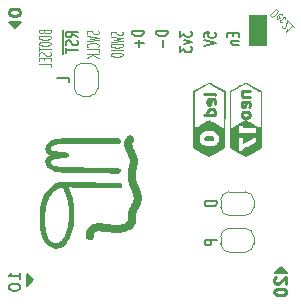
<source format=gbr>
%TF.GenerationSoftware,KiCad,Pcbnew,(5.99.0-13244-g73f40b11ee)*%
%TF.CreationDate,2021-12-16T18:40:11-08:00*%
%TF.ProjectId,MiniMike_RP2040,4d696e69-4d69-46b6-955f-525032303430,rev?*%
%TF.SameCoordinates,Original*%
%TF.FileFunction,Legend,Bot*%
%TF.FilePolarity,Positive*%
%FSLAX46Y46*%
G04 Gerber Fmt 4.6, Leading zero omitted, Abs format (unit mm)*
G04 Created by KiCad (PCBNEW (5.99.0-13244-g73f40b11ee)) date 2021-12-16 18:40:11*
%MOMM*%
%LPD*%
G01*
G04 APERTURE LIST*
%ADD10C,0.200000*%
%ADD11C,0.010000*%
%ADD12C,0.125000*%
%ADD13C,0.150000*%
%ADD14C,0.250000*%
%ADD15C,0.187500*%
%ADD16C,0.120000*%
G04 APERTURE END LIST*
D10*
X127999998Y-98100000D02*
X127499999Y-98599999D01*
X127499999Y-98599999D02*
X127000001Y-98100000D01*
X127000001Y-98100000D02*
X127999998Y-98100000D01*
G36*
X127499999Y-98599999D02*
G01*
X127000001Y-98100000D01*
X127999998Y-98100000D01*
X127499999Y-98599999D01*
G37*
X127499999Y-98599999D02*
X127000001Y-98100000D01*
X127999998Y-98100000D01*
X127499999Y-98599999D01*
X128500000Y-119500000D02*
X129000000Y-120000000D01*
X129000000Y-120000000D02*
X128500000Y-120500000D01*
X128500000Y-120500000D02*
X128500000Y-119500000D01*
G36*
X129000000Y-120000000D02*
G01*
X128500000Y-120500000D01*
X128500000Y-119500000D01*
X129000000Y-120000000D01*
G37*
X129000000Y-120000000D02*
X128500000Y-120500000D01*
X128500000Y-119500000D01*
X129000000Y-120000000D01*
D11*
X147300000Y-97500000D02*
X148700000Y-97500000D01*
X148700000Y-97500000D02*
X148700000Y-100100000D01*
X148700000Y-100100000D02*
X147300000Y-100100000D01*
X147300000Y-100100000D02*
X147300000Y-97500000D01*
G36*
X147300000Y-97500000D02*
G01*
X148700000Y-97500000D01*
X148700000Y-100100000D01*
X147300000Y-100100000D01*
X147300000Y-97500000D01*
G37*
D10*
X149500000Y-119400000D02*
X150000000Y-118900000D01*
X150000000Y-118900000D02*
X150500000Y-119400000D01*
X150500000Y-119400000D02*
X149500000Y-119400000D01*
G36*
X150500000Y-119400000D02*
G01*
X149500000Y-119400000D01*
X150000000Y-118900000D01*
X150500000Y-119400000D01*
G37*
X150500000Y-119400000D02*
X149500000Y-119400000D01*
X150000000Y-118900000D01*
X150500000Y-119400000D01*
D12*
X149607550Y-97027728D02*
X149077220Y-97558058D01*
X149161399Y-97642237D01*
X149237161Y-97667491D01*
X149321340Y-97650655D01*
X149388684Y-97616983D01*
X149506535Y-97532804D01*
X149582296Y-97457043D01*
X149666476Y-97339191D01*
X149700147Y-97271848D01*
X149716983Y-97187668D01*
X149691730Y-97111907D01*
X149607550Y-97027728D01*
X150070537Y-97541222D02*
X150062119Y-97482296D01*
X149994775Y-97414953D01*
X149935850Y-97406535D01*
X149868506Y-97440207D01*
X149666476Y-97642237D01*
X149632804Y-97709581D01*
X149641222Y-97768506D01*
X149708565Y-97835850D01*
X149767491Y-97844268D01*
X149834834Y-97810596D01*
X149885342Y-97760088D01*
X149767491Y-97541222D01*
X150390418Y-97861104D02*
X150382000Y-97802178D01*
X150314657Y-97734834D01*
X150255731Y-97726417D01*
X150213642Y-97734834D01*
X150146298Y-97768506D01*
X149994775Y-97920029D01*
X149961104Y-97987373D01*
X149952686Y-98029462D01*
X149961104Y-98088388D01*
X150028447Y-98155731D01*
X150087373Y-98164149D01*
X150070537Y-98450359D02*
X150062119Y-98492449D01*
X150070537Y-98551374D01*
X150154716Y-98635554D01*
X150213642Y-98643972D01*
X150255731Y-98635554D01*
X150323075Y-98601882D01*
X150373582Y-98551374D01*
X150432508Y-98458777D01*
X150533523Y-97953701D01*
X150752390Y-98172567D01*
X151089107Y-98509285D02*
X150887077Y-98307254D01*
X150988092Y-98408269D02*
X150457762Y-98938600D01*
X150499852Y-98829166D01*
X150516687Y-98744987D01*
X150508269Y-98686061D01*
D13*
X145928571Y-99048000D02*
X145928571Y-99298000D01*
X146452380Y-99405142D02*
X146452380Y-99048000D01*
X145452380Y-99048000D01*
X145452380Y-99405142D01*
X145785714Y-99726571D02*
X146452380Y-99726571D01*
X145880952Y-99726571D02*
X145833333Y-99762285D01*
X145785714Y-99833714D01*
X145785714Y-99940857D01*
X145833333Y-100012285D01*
X145928571Y-100048000D01*
X146452380Y-100048000D01*
D12*
X136556761Y-98940476D02*
X136604380Y-99011904D01*
X136604380Y-99130952D01*
X136556761Y-99178571D01*
X136509142Y-99202380D01*
X136413904Y-99226190D01*
X136318666Y-99226190D01*
X136223428Y-99202380D01*
X136175809Y-99178571D01*
X136128190Y-99130952D01*
X136080571Y-99035714D01*
X136032952Y-98988095D01*
X135985333Y-98964285D01*
X135890095Y-98940476D01*
X135794857Y-98940476D01*
X135699619Y-98964285D01*
X135652000Y-98988095D01*
X135604380Y-99035714D01*
X135604380Y-99154761D01*
X135652000Y-99226190D01*
X135604380Y-99392857D02*
X136604380Y-99511904D01*
X135890095Y-99607142D01*
X136604380Y-99702380D01*
X135604380Y-99821428D01*
X136604380Y-100011904D02*
X135604380Y-100011904D01*
X135604380Y-100130952D01*
X135652000Y-100202380D01*
X135747238Y-100250000D01*
X135842476Y-100273809D01*
X136032952Y-100297619D01*
X136175809Y-100297619D01*
X136366285Y-100273809D01*
X136461523Y-100250000D01*
X136556761Y-100202380D01*
X136604380Y-100130952D01*
X136604380Y-100011904D01*
X136604380Y-100511904D02*
X135604380Y-100511904D01*
X135604380Y-100845238D02*
X135604380Y-100940476D01*
X135652000Y-100988095D01*
X135747238Y-101035714D01*
X135937714Y-101059523D01*
X136271047Y-101059523D01*
X136461523Y-101035714D01*
X136556761Y-100988095D01*
X136604380Y-100940476D01*
X136604380Y-100845238D01*
X136556761Y-100797619D01*
X136461523Y-100750000D01*
X136271047Y-100726190D01*
X135937714Y-100726190D01*
X135747238Y-100750000D01*
X135652000Y-100797619D01*
X135604380Y-100845238D01*
D13*
X131512000Y-98784142D02*
X131512000Y-99534142D01*
X132794380Y-99391285D02*
X132318190Y-99141285D01*
X132794380Y-98962714D02*
X131794380Y-98962714D01*
X131794380Y-99248428D01*
X131842000Y-99319857D01*
X131889619Y-99355571D01*
X131984857Y-99391285D01*
X132127714Y-99391285D01*
X132222952Y-99355571D01*
X132270571Y-99319857D01*
X132318190Y-99248428D01*
X132318190Y-98962714D01*
X131512000Y-99534142D02*
X131512000Y-100248428D01*
X132746761Y-99677000D02*
X132794380Y-99784142D01*
X132794380Y-99962714D01*
X132746761Y-100034142D01*
X132699142Y-100069857D01*
X132603904Y-100105571D01*
X132508666Y-100105571D01*
X132413428Y-100069857D01*
X132365809Y-100034142D01*
X132318190Y-99962714D01*
X132270571Y-99819857D01*
X132222952Y-99748428D01*
X132175333Y-99712714D01*
X132080095Y-99677000D01*
X131984857Y-99677000D01*
X131889619Y-99712714D01*
X131842000Y-99748428D01*
X131794380Y-99819857D01*
X131794380Y-99998428D01*
X131842000Y-100105571D01*
X131512000Y-100248428D02*
X131512000Y-100819857D01*
X131794380Y-100319857D02*
X131794380Y-100748428D01*
X132794380Y-100534142D02*
X131794380Y-100534142D01*
X141446380Y-98909142D02*
X141446380Y-99373428D01*
X141827333Y-99123428D01*
X141827333Y-99230571D01*
X141874952Y-99302000D01*
X141922571Y-99337714D01*
X142017809Y-99373428D01*
X142255904Y-99373428D01*
X142351142Y-99337714D01*
X142398761Y-99302000D01*
X142446380Y-99230571D01*
X142446380Y-99016285D01*
X142398761Y-98944857D01*
X142351142Y-98909142D01*
X141779714Y-99623428D02*
X142446380Y-99802000D01*
X141779714Y-99980571D01*
X141446380Y-100194857D02*
X141446380Y-100659142D01*
X141827333Y-100409142D01*
X141827333Y-100516285D01*
X141874952Y-100587714D01*
X141922571Y-100623428D01*
X142017809Y-100659142D01*
X142255904Y-100659142D01*
X142351142Y-100623428D01*
X142398761Y-100587714D01*
X142446380Y-100516285D01*
X142446380Y-100302000D01*
X142398761Y-100230571D01*
X142351142Y-100194857D01*
D14*
X149547619Y-119738095D02*
X149500000Y-119785714D01*
X149452380Y-119880952D01*
X149452380Y-120119047D01*
X149500000Y-120214285D01*
X149547619Y-120261904D01*
X149642857Y-120309523D01*
X149738095Y-120309523D01*
X149880952Y-120261904D01*
X150452380Y-119690476D01*
X150452380Y-120309523D01*
X149452380Y-120928571D02*
X149452380Y-121023809D01*
X149500000Y-121119047D01*
X149547619Y-121166666D01*
X149642857Y-121214285D01*
X149833333Y-121261904D01*
X150071428Y-121261904D01*
X150261904Y-121214285D01*
X150357142Y-121166666D01*
X150404761Y-121119047D01*
X150452380Y-121023809D01*
X150452380Y-120928571D01*
X150404761Y-120833333D01*
X150357142Y-120785714D01*
X150261904Y-120738095D01*
X150071428Y-120690476D01*
X149833333Y-120690476D01*
X149642857Y-120738095D01*
X149547619Y-120785714D01*
X149500000Y-120833333D01*
X149452380Y-120928571D01*
D12*
X129984571Y-98964761D02*
X130032190Y-99036190D01*
X130079809Y-99060000D01*
X130175047Y-99083809D01*
X130317904Y-99083809D01*
X130413142Y-99060000D01*
X130460761Y-99036190D01*
X130508380Y-98988571D01*
X130508380Y-98798095D01*
X129508380Y-98798095D01*
X129508380Y-98964761D01*
X129556000Y-99012380D01*
X129603619Y-99036190D01*
X129698857Y-99060000D01*
X129794095Y-99060000D01*
X129889333Y-99036190D01*
X129936952Y-99012380D01*
X129984571Y-98964761D01*
X129984571Y-98798095D01*
X129508380Y-99393333D02*
X129508380Y-99488571D01*
X129556000Y-99536190D01*
X129651238Y-99583809D01*
X129841714Y-99607619D01*
X130175047Y-99607619D01*
X130365523Y-99583809D01*
X130460761Y-99536190D01*
X130508380Y-99488571D01*
X130508380Y-99393333D01*
X130460761Y-99345714D01*
X130365523Y-99298095D01*
X130175047Y-99274285D01*
X129841714Y-99274285D01*
X129651238Y-99298095D01*
X129556000Y-99345714D01*
X129508380Y-99393333D01*
X129508380Y-99917142D02*
X129508380Y-100012380D01*
X129556000Y-100060000D01*
X129651238Y-100107619D01*
X129841714Y-100131428D01*
X130175047Y-100131428D01*
X130365523Y-100107619D01*
X130460761Y-100060000D01*
X130508380Y-100012380D01*
X130508380Y-99917142D01*
X130460761Y-99869523D01*
X130365523Y-99821904D01*
X130175047Y-99798095D01*
X129841714Y-99798095D01*
X129651238Y-99821904D01*
X129556000Y-99869523D01*
X129508380Y-99917142D01*
X129508380Y-100274285D02*
X129508380Y-100560000D01*
X130508380Y-100417142D02*
X129508380Y-100417142D01*
X130460761Y-100702857D02*
X130508380Y-100774285D01*
X130508380Y-100893333D01*
X130460761Y-100940952D01*
X130413142Y-100964761D01*
X130317904Y-100988571D01*
X130222666Y-100988571D01*
X130127428Y-100964761D01*
X130079809Y-100940952D01*
X130032190Y-100893333D01*
X129984571Y-100798095D01*
X129936952Y-100750476D01*
X129889333Y-100726666D01*
X129794095Y-100702857D01*
X129698857Y-100702857D01*
X129603619Y-100726666D01*
X129556000Y-100750476D01*
X129508380Y-100798095D01*
X129508380Y-100917142D01*
X129556000Y-100988571D01*
X129984571Y-101202857D02*
X129984571Y-101369523D01*
X130508380Y-101440952D02*
X130508380Y-101202857D01*
X129508380Y-101202857D01*
X129508380Y-101440952D01*
X130508380Y-101893333D02*
X130508380Y-101655238D01*
X129508380Y-101655238D01*
X134524761Y-98869047D02*
X134572380Y-98940476D01*
X134572380Y-99059523D01*
X134524761Y-99107142D01*
X134477142Y-99130952D01*
X134381904Y-99154761D01*
X134286666Y-99154761D01*
X134191428Y-99130952D01*
X134143809Y-99107142D01*
X134096190Y-99059523D01*
X134048571Y-98964285D01*
X134000952Y-98916666D01*
X133953333Y-98892857D01*
X133858095Y-98869047D01*
X133762857Y-98869047D01*
X133667619Y-98892857D01*
X133620000Y-98916666D01*
X133572380Y-98964285D01*
X133572380Y-99083333D01*
X133620000Y-99154761D01*
X133572380Y-99321428D02*
X134572380Y-99440476D01*
X133858095Y-99535714D01*
X134572380Y-99630952D01*
X133572380Y-99750000D01*
X134477142Y-100226190D02*
X134524761Y-100202380D01*
X134572380Y-100130952D01*
X134572380Y-100083333D01*
X134524761Y-100011904D01*
X134429523Y-99964285D01*
X134334285Y-99940476D01*
X134143809Y-99916666D01*
X134000952Y-99916666D01*
X133810476Y-99940476D01*
X133715238Y-99964285D01*
X133620000Y-100011904D01*
X133572380Y-100083333D01*
X133572380Y-100130952D01*
X133620000Y-100202380D01*
X133667619Y-100226190D01*
X134572380Y-100678571D02*
X134572380Y-100440476D01*
X133572380Y-100440476D01*
X134572380Y-100845238D02*
X133572380Y-100845238D01*
X134572380Y-101130952D02*
X134000952Y-100916666D01*
X133572380Y-101130952D02*
X134143809Y-100845238D01*
D13*
X140414380Y-98887285D02*
X139414380Y-98887285D01*
X139414380Y-99065857D01*
X139462000Y-99173000D01*
X139557238Y-99244428D01*
X139652476Y-99280142D01*
X139842952Y-99315857D01*
X139985809Y-99315857D01*
X140176285Y-99280142D01*
X140271523Y-99244428D01*
X140366761Y-99173000D01*
X140414380Y-99065857D01*
X140414380Y-98887285D01*
X140033428Y-99637285D02*
X140033428Y-100208714D01*
D15*
X127952380Y-119909523D02*
X127952380Y-119338095D01*
X127952380Y-119623809D02*
X126952380Y-119623809D01*
X127095238Y-119528571D01*
X127190476Y-119433333D01*
X127238095Y-119338095D01*
X126952380Y-120528571D02*
X126952380Y-120623809D01*
X127000000Y-120719047D01*
X127047619Y-120766666D01*
X127142857Y-120814285D01*
X127333333Y-120861904D01*
X127571428Y-120861904D01*
X127761904Y-120814285D01*
X127857142Y-120766666D01*
X127904761Y-120719047D01*
X127952380Y-120623809D01*
X127952380Y-120528571D01*
X127904761Y-120433333D01*
X127857142Y-120385714D01*
X127761904Y-120338095D01*
X127571428Y-120290476D01*
X127333333Y-120290476D01*
X127142857Y-120338095D01*
X127047619Y-120385714D01*
X127000000Y-120433333D01*
X126952380Y-120528571D01*
D13*
X138382380Y-98887285D02*
X137382380Y-98887285D01*
X137382380Y-99065857D01*
X137430000Y-99173000D01*
X137525238Y-99244428D01*
X137620476Y-99280142D01*
X137810952Y-99315857D01*
X137953809Y-99315857D01*
X138144285Y-99280142D01*
X138239523Y-99244428D01*
X138334761Y-99173000D01*
X138382380Y-99065857D01*
X138382380Y-98887285D01*
X138001428Y-99637285D02*
X138001428Y-100208714D01*
X138382380Y-99923000D02*
X137620476Y-99923000D01*
D14*
X146685714Y-104004761D02*
X147352380Y-104004761D01*
X146780952Y-104004761D02*
X146733333Y-104052380D01*
X146685714Y-104147619D01*
X146685714Y-104290476D01*
X146733333Y-104385714D01*
X146828571Y-104433333D01*
X147352380Y-104433333D01*
X147304761Y-105290476D02*
X147352380Y-105195238D01*
X147352380Y-105004761D01*
X147304761Y-104909523D01*
X147209523Y-104861904D01*
X146828571Y-104861904D01*
X146733333Y-104909523D01*
X146685714Y-105004761D01*
X146685714Y-105195238D01*
X146733333Y-105290476D01*
X146828571Y-105338095D01*
X146923809Y-105338095D01*
X147019047Y-104861904D01*
X147352380Y-105909523D02*
X147304761Y-105814285D01*
X147257142Y-105766666D01*
X147161904Y-105719047D01*
X146876190Y-105719047D01*
X146780952Y-105766666D01*
X146733333Y-105814285D01*
X146685714Y-105909523D01*
X146685714Y-106052380D01*
X146733333Y-106147619D01*
X146780952Y-106195238D01*
X146876190Y-106242857D01*
X147161904Y-106242857D01*
X147257142Y-106195238D01*
X147304761Y-106147619D01*
X147352380Y-106052380D01*
X147352380Y-105909523D01*
X126952380Y-97252380D02*
X126952380Y-97347619D01*
X127000000Y-97442857D01*
X127047619Y-97490476D01*
X127142857Y-97538095D01*
X127333333Y-97585714D01*
X127571428Y-97585714D01*
X127761904Y-97538095D01*
X127857142Y-97490476D01*
X127904761Y-97442857D01*
X127952380Y-97347619D01*
X127952380Y-97252380D01*
X127904761Y-97157142D01*
X127857142Y-97109523D01*
X127761904Y-97061904D01*
X127571428Y-97014285D01*
X127333333Y-97014285D01*
X127142857Y-97061904D01*
X127047619Y-97109523D01*
X127000000Y-97157142D01*
X126952380Y-97252380D01*
D13*
X143478380Y-99405142D02*
X143478380Y-99048000D01*
X143954571Y-99012285D01*
X143906952Y-99048000D01*
X143859333Y-99119428D01*
X143859333Y-99298000D01*
X143906952Y-99369428D01*
X143954571Y-99405142D01*
X144049809Y-99440857D01*
X144287904Y-99440857D01*
X144383142Y-99405142D01*
X144430761Y-99369428D01*
X144478380Y-99298000D01*
X144478380Y-99119428D01*
X144430761Y-99048000D01*
X144383142Y-99012285D01*
X143478380Y-99655142D02*
X144478380Y-99905142D01*
X143478380Y-100155142D01*
D14*
X144452380Y-104338095D02*
X144404761Y-104242857D01*
X144309523Y-104195238D01*
X143452380Y-104195238D01*
X144404761Y-105100000D02*
X144452380Y-105004761D01*
X144452380Y-104814285D01*
X144404761Y-104719047D01*
X144309523Y-104671428D01*
X143928571Y-104671428D01*
X143833333Y-104719047D01*
X143785714Y-104814285D01*
X143785714Y-105004761D01*
X143833333Y-105100000D01*
X143928571Y-105147619D01*
X144023809Y-105147619D01*
X144119047Y-104671428D01*
X144452380Y-106004761D02*
X143452380Y-106004761D01*
X144404761Y-106004761D02*
X144452380Y-105909523D01*
X144452380Y-105719047D01*
X144404761Y-105623809D01*
X144357142Y-105576190D01*
X144261904Y-105528571D01*
X143976190Y-105528571D01*
X143880952Y-105576190D01*
X143833333Y-105623809D01*
X143785714Y-105719047D01*
X143785714Y-105909523D01*
X143833333Y-106004761D01*
D13*
%TO.C,JP1*%
X132052380Y-103232142D02*
X132052380Y-102875000D01*
X131052380Y-102875000D01*
X144552380Y-113303571D02*
X143552380Y-113303571D01*
X143552380Y-113482142D01*
X143600000Y-113589285D01*
X143695238Y-113660714D01*
X143790476Y-113696428D01*
X143980952Y-113732142D01*
X144123809Y-113732142D01*
X144314285Y-113696428D01*
X144409523Y-113660714D01*
X144504761Y-113589285D01*
X144552380Y-113482142D01*
X144552380Y-113303571D01*
X144552380Y-116603571D02*
X143552380Y-116603571D01*
X143552380Y-116889285D01*
X143600000Y-116960714D01*
X143647619Y-116996428D01*
X143742857Y-117032142D01*
X143885714Y-117032142D01*
X143980952Y-116996428D01*
X144028571Y-116960714D01*
X144076190Y-116889285D01*
X144076190Y-116603571D01*
D16*
%TO.C,JP3*%
X133800000Y-101600000D02*
X133200000Y-101600000D01*
X134500000Y-103700000D02*
X134500000Y-102300000D01*
X132500000Y-102300000D02*
X132500000Y-103700000D01*
X133200000Y-104400000D02*
X133800000Y-104400000D01*
X132500000Y-103700000D02*
G75*
G03*
X133200000Y-104400000I699999J-1D01*
G01*
X134500000Y-102300000D02*
G75*
G03*
X133800000Y-101600000I-699999J1D01*
G01*
X133200000Y-101600000D02*
G75*
G03*
X132500000Y-102300000I-1J-699999D01*
G01*
X133800000Y-104400000D02*
G75*
G03*
X134500000Y-103700000I1J699999D01*
G01*
%TO.C,ART1*%
G36*
X134279040Y-107964400D02*
G01*
X134560787Y-107964456D01*
X134815028Y-107964567D01*
X135043212Y-107964751D01*
X135246789Y-107965023D01*
X135427209Y-107965401D01*
X135585921Y-107965900D01*
X135724374Y-107966537D01*
X135844018Y-107967328D01*
X135946301Y-107968290D01*
X136032675Y-107969439D01*
X136104587Y-107970791D01*
X136163487Y-107972364D01*
X136210825Y-107974172D01*
X136248050Y-107976234D01*
X136276612Y-107978564D01*
X136297959Y-107981180D01*
X136313542Y-107984098D01*
X136324809Y-107987335D01*
X136333210Y-107990906D01*
X136338632Y-107993799D01*
X136383443Y-108027355D01*
X136420352Y-108068899D01*
X136429941Y-108084555D01*
X136449123Y-108136468D01*
X136454753Y-108203500D01*
X136453322Y-108249154D01*
X136445335Y-108283166D01*
X136425506Y-108313745D01*
X136388549Y-108352811D01*
X136322345Y-108419015D01*
X134081181Y-108419235D01*
X134003504Y-108419250D01*
X133715065Y-108419439D01*
X133437677Y-108419831D01*
X133172945Y-108420414D01*
X132922475Y-108421180D01*
X132687870Y-108422118D01*
X132470737Y-108423219D01*
X132272679Y-108424472D01*
X132095302Y-108425868D01*
X131940211Y-108427397D01*
X131809011Y-108429050D01*
X131703306Y-108430815D01*
X131624701Y-108432683D01*
X131574801Y-108434645D01*
X131516151Y-108438259D01*
X131297758Y-108457015D01*
X131108035Y-108482617D01*
X130946248Y-108515273D01*
X130811664Y-108555190D01*
X130703548Y-108602576D01*
X130621168Y-108657639D01*
X130563789Y-108720585D01*
X130542107Y-108757369D01*
X130519740Y-108826379D01*
X130525072Y-108887209D01*
X130557616Y-108937529D01*
X130616885Y-108975007D01*
X130632358Y-108981086D01*
X130707717Y-109004653D01*
X130807338Y-109029028D01*
X130926494Y-109053420D01*
X131060458Y-109077038D01*
X131204504Y-109099091D01*
X131353905Y-109118787D01*
X131503934Y-109135334D01*
X131649864Y-109147942D01*
X131733140Y-109154652D01*
X131821235Y-109164676D01*
X131886976Y-109177563D01*
X131934912Y-109195120D01*
X131969592Y-109219154D01*
X131995567Y-109251472D01*
X132017385Y-109293880D01*
X132020627Y-109301514D01*
X132038622Y-109381373D01*
X132027686Y-109457736D01*
X131988341Y-109526409D01*
X131987192Y-109527770D01*
X131952951Y-109562597D01*
X131914836Y-109587204D01*
X131866241Y-109603885D01*
X131800563Y-109614933D01*
X131711197Y-109622641D01*
X131634445Y-109628604D01*
X131498204Y-109642551D01*
X131351205Y-109660989D01*
X131200281Y-109682842D01*
X131052266Y-109707034D01*
X130913995Y-109732488D01*
X130792302Y-109758127D01*
X130694021Y-109782876D01*
X130668586Y-109791240D01*
X130603653Y-109823622D01*
X130553103Y-109864892D01*
X130524830Y-109909158D01*
X130518965Y-109953948D01*
X130530188Y-110020169D01*
X130559213Y-110088985D01*
X130603011Y-110151031D01*
X130640803Y-110187561D01*
X130712658Y-110237610D01*
X130803413Y-110281157D01*
X130915323Y-110318918D01*
X131050641Y-110351610D01*
X131211621Y-110379949D01*
X131400517Y-110404653D01*
X131435843Y-110407251D01*
X131499711Y-110410189D01*
X131588551Y-110413305D01*
X131699643Y-110416535D01*
X131830266Y-110419814D01*
X131977699Y-110423080D01*
X132139223Y-110426268D01*
X132312115Y-110429315D01*
X132493657Y-110432156D01*
X132681126Y-110434727D01*
X132815804Y-110436510D01*
X133013321Y-110439348D01*
X133209242Y-110442413D01*
X133399978Y-110445636D01*
X133581941Y-110448948D01*
X133751540Y-110452280D01*
X133905188Y-110455563D01*
X134039294Y-110458730D01*
X134150270Y-110461711D01*
X134234527Y-110464438D01*
X134235199Y-110464463D01*
X134334054Y-110467697D01*
X134458190Y-110471094D01*
X134602618Y-110474551D01*
X134762348Y-110477969D01*
X134932392Y-110481245D01*
X135107760Y-110484278D01*
X135283464Y-110486967D01*
X135454515Y-110489211D01*
X135528977Y-110490099D01*
X135706374Y-110492323D01*
X135856798Y-110494585D01*
X135982673Y-110497173D01*
X136086419Y-110500373D01*
X136170458Y-110504473D01*
X136237214Y-110509760D01*
X136289107Y-110516521D01*
X136328559Y-110525043D01*
X136357993Y-110535613D01*
X136379831Y-110548517D01*
X136396493Y-110564044D01*
X136410403Y-110582479D01*
X136423982Y-110604111D01*
X136439184Y-110635753D01*
X136454258Y-110709493D01*
X136448839Y-110786412D01*
X136422980Y-110853780D01*
X136420477Y-110857829D01*
X136404418Y-110882798D01*
X136388129Y-110903202D01*
X136368603Y-110919479D01*
X136342832Y-110932061D01*
X136307807Y-110941384D01*
X136260520Y-110947883D01*
X136197964Y-110951992D01*
X136117130Y-110954147D01*
X136015011Y-110954781D01*
X135888599Y-110954329D01*
X135734885Y-110953227D01*
X135639380Y-110952297D01*
X135487316Y-110950248D01*
X135315634Y-110947412D01*
X135130493Y-110943913D01*
X134938050Y-110939876D01*
X134744465Y-110935426D01*
X134555896Y-110930687D01*
X134378500Y-110925784D01*
X134232209Y-110921768D01*
X134047845Y-110917197D01*
X133843748Y-110912554D01*
X133625446Y-110907947D01*
X133398470Y-110903485D01*
X133168349Y-110899276D01*
X132940614Y-110895428D01*
X132720794Y-110892051D01*
X132514419Y-110889252D01*
X132502172Y-110889099D01*
X132275708Y-110886131D01*
X132076854Y-110883176D01*
X131903037Y-110880080D01*
X131751687Y-110876685D01*
X131620234Y-110872838D01*
X131506106Y-110868382D01*
X131406732Y-110863162D01*
X131319542Y-110857024D01*
X131241966Y-110849811D01*
X131171431Y-110841368D01*
X131105367Y-110831540D01*
X131041204Y-110820171D01*
X130976371Y-110807107D01*
X130908296Y-110792191D01*
X130761297Y-110753487D01*
X130583489Y-110687713D01*
X130431752Y-110606819D01*
X130305877Y-110510637D01*
X130205653Y-110398999D01*
X130130870Y-110271735D01*
X130081318Y-110128676D01*
X130062555Y-110019493D01*
X130063087Y-109881783D01*
X130091614Y-109753006D01*
X130147356Y-109635258D01*
X130229531Y-109530640D01*
X130337357Y-109441251D01*
X130411260Y-109391481D01*
X130361183Y-109365586D01*
X130327323Y-109343893D01*
X130280181Y-109307359D01*
X130232544Y-109265389D01*
X130211115Y-109243940D01*
X130137731Y-109145570D01*
X130088850Y-109034746D01*
X130064206Y-108915437D01*
X130063532Y-108791611D01*
X130086563Y-108667236D01*
X130133033Y-108546278D01*
X130202675Y-108432707D01*
X130295224Y-108330490D01*
X130346809Y-108286325D01*
X130451991Y-108213402D01*
X130571136Y-108152405D01*
X130708205Y-108101732D01*
X130867156Y-108059787D01*
X131051949Y-108024971D01*
X131074076Y-108021486D01*
X131124535Y-108013979D01*
X131175668Y-108007156D01*
X131229034Y-108000982D01*
X131286194Y-107995427D01*
X131348707Y-107990458D01*
X131418133Y-107986043D01*
X131496032Y-107982150D01*
X131583964Y-107978747D01*
X131683488Y-107975801D01*
X131796165Y-107973280D01*
X131923553Y-107971152D01*
X132067213Y-107969385D01*
X132228705Y-107967947D01*
X132409589Y-107966806D01*
X132611424Y-107965929D01*
X132835770Y-107965284D01*
X133084187Y-107964839D01*
X133358235Y-107964563D01*
X133659473Y-107964422D01*
X133989461Y-107964384D01*
X134279040Y-107964400D01*
G37*
G36*
X137301219Y-107728345D02*
G01*
X137385638Y-107752019D01*
X137454907Y-107798375D01*
X137515522Y-107871187D01*
X137535706Y-107905592D01*
X137566860Y-107996952D01*
X137571502Y-108092070D01*
X137549855Y-108184416D01*
X137502138Y-108267463D01*
X137487901Y-108285599D01*
X137452100Y-108337156D01*
X137432755Y-108382318D01*
X137426159Y-108432832D01*
X137428604Y-108500445D01*
X137428831Y-108503568D01*
X137432116Y-108537684D01*
X137437691Y-108570007D01*
X137447206Y-108604648D01*
X137462309Y-108645714D01*
X137484649Y-108697314D01*
X137515876Y-108763558D01*
X137557638Y-108848554D01*
X137611583Y-108956411D01*
X137618357Y-108969907D01*
X137680863Y-109095694D01*
X137730994Y-109199779D01*
X137770528Y-109286731D01*
X137801241Y-109361116D01*
X137824910Y-109427504D01*
X137843312Y-109490463D01*
X137858225Y-109554560D01*
X137871424Y-109624364D01*
X137875043Y-109645985D01*
X137888089Y-109751397D01*
X137893313Y-109860252D01*
X137890364Y-109976749D01*
X137878893Y-110105088D01*
X137858549Y-110249468D01*
X137828983Y-110414089D01*
X137789845Y-110603151D01*
X137768416Y-110703538D01*
X137740163Y-110847127D01*
X137720194Y-110972270D01*
X137709008Y-111084071D01*
X137707102Y-111187633D01*
X137714975Y-111288062D01*
X137733122Y-111390460D01*
X137762044Y-111499934D01*
X137802236Y-111621586D01*
X137854196Y-111760522D01*
X137918424Y-111921845D01*
X137931048Y-111953082D01*
X137992229Y-112106359D01*
X138042649Y-112236628D01*
X138083670Y-112347825D01*
X138116653Y-112443882D01*
X138142959Y-112528733D01*
X138163949Y-112606312D01*
X138180986Y-112680553D01*
X138181952Y-112685207D01*
X138203744Y-112837052D01*
X138211673Y-113013817D01*
X138211322Y-113076293D01*
X138205911Y-113188263D01*
X138192864Y-113291699D01*
X138170533Y-113392143D01*
X138137267Y-113495138D01*
X138091416Y-113606228D01*
X138031330Y-113730955D01*
X137955360Y-113874862D01*
X137895183Y-113986525D01*
X137844846Y-114083957D01*
X137806839Y-114165223D01*
X137779762Y-114235535D01*
X137762218Y-114300108D01*
X137752807Y-114364155D01*
X137750130Y-114432891D01*
X137752788Y-114511528D01*
X137759383Y-114605282D01*
X137763904Y-114674097D01*
X137765582Y-114846052D01*
X137750943Y-114997214D01*
X137719155Y-115131567D01*
X137669389Y-115253096D01*
X137600813Y-115365784D01*
X137551222Y-115430731D01*
X137460958Y-115527861D01*
X137357126Y-115613808D01*
X137234166Y-115692939D01*
X137086518Y-115769621D01*
X137003386Y-115806911D01*
X136815754Y-115875141D01*
X136617293Y-115925353D01*
X136402734Y-115958732D01*
X136166806Y-115976465D01*
X136099829Y-115978583D01*
X136002942Y-115979123D01*
X135901233Y-115976451D01*
X135790526Y-115970264D01*
X135666641Y-115960256D01*
X135525402Y-115946125D01*
X135362629Y-115927567D01*
X135174145Y-115904277D01*
X135093015Y-115894077D01*
X134946121Y-115876417D01*
X134823831Y-115863169D01*
X134722550Y-115854153D01*
X134638677Y-115849194D01*
X134568616Y-115848113D01*
X134508768Y-115850732D01*
X134455534Y-115856876D01*
X134405318Y-115866365D01*
X134357944Y-115878215D01*
X134293259Y-115901990D01*
X134251825Y-115930372D01*
X134230984Y-115957807D01*
X134203965Y-116025104D01*
X134188194Y-116115397D01*
X134184480Y-116225142D01*
X134184051Y-116260181D01*
X134166363Y-116360707D01*
X134123648Y-116444377D01*
X134055672Y-116511709D01*
X133975791Y-116557555D01*
X133879631Y-116582482D01*
X133780995Y-116577556D01*
X133682194Y-116542588D01*
X133650678Y-116524326D01*
X133584216Y-116464574D01*
X133537477Y-116384800D01*
X133509711Y-116283422D01*
X133500168Y-116158859D01*
X133502271Y-116076923D01*
X133525062Y-115902534D01*
X133572118Y-115742989D01*
X133642535Y-115599921D01*
X133735404Y-115474963D01*
X133849820Y-115369746D01*
X133984877Y-115285903D01*
X134024832Y-115266542D01*
X134105589Y-115232444D01*
X134185533Y-115207145D01*
X134270855Y-115189532D01*
X134367744Y-115178496D01*
X134482390Y-115172925D01*
X134620983Y-115171707D01*
X134692634Y-115172354D01*
X134797328Y-115175159D01*
X134897624Y-115180715D01*
X135002079Y-115189679D01*
X135119251Y-115202705D01*
X135257696Y-115220449D01*
X135399314Y-115238956D01*
X135570247Y-115259685D01*
X135717895Y-115275289D01*
X135846022Y-115286017D01*
X135958393Y-115292118D01*
X136058773Y-115293839D01*
X136150925Y-115291428D01*
X136238615Y-115285134D01*
X136358292Y-115270686D01*
X136533838Y-115236860D01*
X136692496Y-115190366D01*
X136830235Y-115132465D01*
X136943024Y-115064422D01*
X136948208Y-115060617D01*
X136984493Y-115033441D01*
X137012636Y-115008900D01*
X137033675Y-114982877D01*
X137048647Y-114951254D01*
X137058588Y-114909912D01*
X137064536Y-114854733D01*
X137067527Y-114781599D01*
X137068599Y-114686391D01*
X137068789Y-114564992D01*
X137069277Y-114455999D01*
X137071806Y-114340311D01*
X137077822Y-114241299D01*
X137088779Y-114153596D01*
X137106130Y-114071831D01*
X137131328Y-113990637D01*
X137165827Y-113904643D01*
X137211078Y-113808482D01*
X137268536Y-113696784D01*
X137339653Y-113564182D01*
X137350828Y-113543483D01*
X137411179Y-113428484D01*
X137457093Y-113333170D01*
X137490171Y-113252484D01*
X137512014Y-113181367D01*
X137524221Y-113114762D01*
X137528394Y-113047610D01*
X137526133Y-112974855D01*
X137518916Y-112900758D01*
X137499508Y-112792100D01*
X137467975Y-112673862D01*
X137422848Y-112540768D01*
X137362660Y-112387544D01*
X137301517Y-112237761D01*
X137228090Y-112050869D01*
X137167162Y-111885352D01*
X137117906Y-111737981D01*
X137079496Y-111605532D01*
X137051107Y-111484778D01*
X137031912Y-111372494D01*
X137021085Y-111265453D01*
X137017800Y-111160429D01*
X137021231Y-111054197D01*
X137021923Y-111042856D01*
X137026090Y-110981452D01*
X137030986Y-110926040D01*
X137037435Y-110871536D01*
X137046266Y-110812853D01*
X137058304Y-110744908D01*
X137074376Y-110662615D01*
X137095308Y-110560890D01*
X137121927Y-110434647D01*
X137143785Y-110329357D01*
X137170196Y-110192157D01*
X137189087Y-110077622D01*
X137200906Y-109981846D01*
X137206101Y-109900922D01*
X137205120Y-109830941D01*
X137198412Y-109767998D01*
X137194428Y-109743696D01*
X137184123Y-109692830D01*
X137170311Y-109642667D01*
X137151133Y-109588666D01*
X137124730Y-109526290D01*
X137089242Y-109451000D01*
X137042811Y-109358259D01*
X136983579Y-109243528D01*
X136935344Y-109149126D01*
X136872048Y-109016925D01*
X136822983Y-108901200D01*
X136786223Y-108796829D01*
X136759839Y-108698694D01*
X136741903Y-108601673D01*
X136731999Y-108437193D01*
X136750147Y-108274476D01*
X136795496Y-108119062D01*
X136866935Y-107974745D01*
X136963353Y-107845317D01*
X137007685Y-107801198D01*
X137081402Y-107751905D01*
X137164053Y-107727329D01*
X137263097Y-107724464D01*
X137301219Y-107728345D01*
G37*
G36*
X132472681Y-111686643D02*
G01*
X132685615Y-111687646D01*
X132904831Y-111689146D01*
X133128102Y-111691137D01*
X133353205Y-111693614D01*
X133577912Y-111696570D01*
X133800000Y-111700000D01*
X134017242Y-111703896D01*
X134227412Y-111708255D01*
X134428287Y-111713068D01*
X134564628Y-111716463D01*
X134755946Y-111720867D01*
X134949302Y-111724938D01*
X135140077Y-111728598D01*
X135323652Y-111731769D01*
X135495407Y-111734372D01*
X135650723Y-111736329D01*
X135784980Y-111737560D01*
X135893559Y-111737988D01*
X136019383Y-111738332D01*
X136153523Y-111739667D01*
X136263728Y-111741964D01*
X136348408Y-111745176D01*
X136405970Y-111749254D01*
X136434823Y-111754153D01*
X136482902Y-111780117D01*
X136531003Y-111821862D01*
X136561536Y-111866807D01*
X136572439Y-111912692D01*
X136574539Y-111976781D01*
X136566626Y-112040329D01*
X136549473Y-112089054D01*
X136545847Y-112094790D01*
X136511888Y-112133756D01*
X136469909Y-112167167D01*
X136461257Y-112172448D01*
X136447048Y-112179871D01*
X136430261Y-112185805D01*
X136407814Y-112190391D01*
X136376626Y-112193775D01*
X136333617Y-112196101D01*
X136275704Y-112197511D01*
X136199806Y-112198150D01*
X136102842Y-112198162D01*
X135981732Y-112197691D01*
X135833393Y-112196880D01*
X135759255Y-112196339D01*
X135617100Y-112194862D01*
X135452844Y-112192720D01*
X135271564Y-112190001D01*
X135078339Y-112186789D01*
X134878248Y-112183171D01*
X134676371Y-112179232D01*
X134477785Y-112175059D01*
X134287570Y-112170737D01*
X134183552Y-112168299D01*
X133984453Y-112163759D01*
X133777930Y-112159196D01*
X133569373Y-112154723D01*
X133364171Y-112150451D01*
X133167713Y-112146490D01*
X132985388Y-112142953D01*
X132822585Y-112139950D01*
X132684694Y-112137594D01*
X132044170Y-112127254D01*
X132084046Y-112216780D01*
X132113558Y-112285847D01*
X132163574Y-112413230D01*
X132215532Y-112556314D01*
X132267075Y-112707859D01*
X132315842Y-112860623D01*
X132359476Y-113007367D01*
X132395616Y-113140851D01*
X132421905Y-113253832D01*
X132422694Y-113257683D01*
X132439219Y-113341947D01*
X132452928Y-113421168D01*
X132464068Y-113499272D01*
X132472890Y-113580188D01*
X132479641Y-113667843D01*
X132484572Y-113766165D01*
X132487931Y-113879081D01*
X132489966Y-114010519D01*
X132490928Y-114164406D01*
X132491065Y-114344671D01*
X132490875Y-114435315D01*
X132489633Y-114619509D01*
X132487035Y-114779282D01*
X132482799Y-114918702D01*
X132476643Y-115041836D01*
X132468286Y-115152754D01*
X132457445Y-115255523D01*
X132443839Y-115354211D01*
X132427186Y-115452887D01*
X132407205Y-115555619D01*
X132393556Y-115619805D01*
X132320855Y-115901770D01*
X132231797Y-116163735D01*
X132127095Y-116404203D01*
X132007464Y-116621677D01*
X131873618Y-116814663D01*
X131726272Y-116981664D01*
X131689418Y-117017262D01*
X131546205Y-117134066D01*
X131398080Y-117221196D01*
X131244305Y-117278948D01*
X131084146Y-117307620D01*
X130916867Y-117307506D01*
X130875151Y-117303166D01*
X130699547Y-117266527D01*
X130530292Y-117201813D01*
X130369572Y-117110658D01*
X130219572Y-116994694D01*
X130082476Y-116855555D01*
X129960468Y-116694873D01*
X129855733Y-116514281D01*
X129834775Y-116471320D01*
X129781633Y-116348554D01*
X129736139Y-116219471D01*
X129697636Y-116080667D01*
X129665468Y-115928734D01*
X129638976Y-115760268D01*
X129617503Y-115571862D01*
X129600393Y-115360112D01*
X129586988Y-115121610D01*
X129579561Y-114904577D01*
X129580046Y-114723942D01*
X130037392Y-114723942D01*
X130044768Y-115079782D01*
X130048963Y-115171096D01*
X130061800Y-115382524D01*
X130078401Y-115568872D01*
X130099484Y-115733797D01*
X130125770Y-115880956D01*
X130157976Y-116014006D01*
X130196820Y-116136605D01*
X130243023Y-116252410D01*
X130297301Y-116365080D01*
X130304054Y-116377590D01*
X130361535Y-116464521D01*
X130436577Y-116554564D01*
X130521644Y-116640047D01*
X130609202Y-116713299D01*
X130691715Y-116766647D01*
X130762240Y-116799969D01*
X130889646Y-116839356D01*
X131012388Y-116849244D01*
X131130787Y-116829520D01*
X131245160Y-116780069D01*
X131355827Y-116700776D01*
X131463107Y-116591527D01*
X131567318Y-116452207D01*
X131569832Y-116448423D01*
X131696620Y-116230838D01*
X131803631Y-115990582D01*
X131890899Y-115727548D01*
X131958460Y-115441635D01*
X132006347Y-115132738D01*
X132007674Y-115120762D01*
X132013264Y-115052940D01*
X132018629Y-114961903D01*
X132023657Y-114852515D01*
X132028239Y-114729637D01*
X132032264Y-114598134D01*
X132035622Y-114462867D01*
X132038203Y-114328700D01*
X132039895Y-114200495D01*
X132040590Y-114083115D01*
X132040176Y-113981422D01*
X132038543Y-113900280D01*
X132035580Y-113844552D01*
X132029307Y-113775854D01*
X132013884Y-113628284D01*
X131996616Y-113498680D01*
X131975883Y-113379376D01*
X131950066Y-113262710D01*
X131917547Y-113141016D01*
X131876706Y-113006631D01*
X131825927Y-112851890D01*
X131797266Y-112767298D01*
X131750942Y-112634511D01*
X131710325Y-112524373D01*
X131673710Y-112432706D01*
X131639391Y-112355330D01*
X131605664Y-112288068D01*
X131570823Y-112226741D01*
X131522932Y-112147177D01*
X131412169Y-112147177D01*
X131362422Y-112148592D01*
X131285146Y-112159682D01*
X131209481Y-112184530D01*
X131098593Y-112239168D01*
X130974426Y-112319413D01*
X130849551Y-112418194D01*
X130730273Y-112530955D01*
X130600508Y-112678338D01*
X130467202Y-112865192D01*
X130352394Y-113069779D01*
X130255821Y-113293068D01*
X130177225Y-113536028D01*
X130116345Y-113799626D01*
X130072919Y-114084832D01*
X130046688Y-114392615D01*
X130037392Y-114723942D01*
X129580046Y-114723942D01*
X129580551Y-114535663D01*
X129600005Y-114189814D01*
X129638155Y-113866230D01*
X129695232Y-113564113D01*
X129771470Y-113282663D01*
X129867100Y-113021080D01*
X129982355Y-112778566D01*
X130117467Y-112554321D01*
X130272667Y-112347546D01*
X130448189Y-112157442D01*
X130448827Y-112156818D01*
X130563799Y-112053359D01*
X130689300Y-111956385D01*
X130819583Y-111869448D01*
X130948901Y-111796097D01*
X131071508Y-111739881D01*
X131181658Y-111704351D01*
X131206133Y-111700979D01*
X131262390Y-111697238D01*
X131344958Y-111694047D01*
X131451610Y-111691402D01*
X131522932Y-111690233D01*
X131580122Y-111689296D01*
X131728267Y-111687723D01*
X131893821Y-111686677D01*
X132074559Y-111686152D01*
X132268254Y-111686143D01*
X132472681Y-111686643D01*
G37*
%TO.C,ART3*%
G36*
X143984785Y-103246453D02*
G01*
X144046322Y-103279605D01*
X144131653Y-103326800D01*
X144237260Y-103386068D01*
X144359625Y-103455441D01*
X144495229Y-103532949D01*
X144640553Y-103616623D01*
X145314258Y-104005900D01*
X145304730Y-108808610D01*
X144624868Y-109201567D01*
X143945006Y-109594523D01*
X143263819Y-109200787D01*
X142582631Y-108807051D01*
X142581104Y-108005100D01*
X143127051Y-108005100D01*
X143127742Y-108085686D01*
X143131451Y-108150771D01*
X143140332Y-108199457D01*
X143156535Y-108242935D01*
X143182208Y-108292395D01*
X143253666Y-108394744D01*
X143365120Y-108497662D01*
X143501093Y-108577916D01*
X143657373Y-108633626D01*
X143829746Y-108662909D01*
X144014001Y-108663884D01*
X144186672Y-108638851D01*
X144350712Y-108587532D01*
X144491968Y-108512593D01*
X144607653Y-108415922D01*
X144694979Y-108299405D01*
X144751161Y-108164929D01*
X144758131Y-108130915D01*
X144765939Y-108060796D01*
X144768614Y-107986327D01*
X144755093Y-107863951D01*
X144707723Y-107728567D01*
X144629071Y-107607913D01*
X144521996Y-107505300D01*
X144389355Y-107424037D01*
X144234007Y-107367432D01*
X144197568Y-107359320D01*
X144090875Y-107345266D01*
X143969002Y-107339230D01*
X143844922Y-107341180D01*
X143731605Y-107351084D01*
X143642025Y-107368908D01*
X143500662Y-107421061D01*
X143361464Y-107501356D01*
X143252471Y-107602362D01*
X143172536Y-107724950D01*
X143162921Y-107745199D01*
X143144478Y-107793465D01*
X143133574Y-107845342D01*
X143128376Y-107912122D01*
X143127051Y-108005100D01*
X142581104Y-108005100D01*
X142578060Y-106406741D01*
X142577332Y-106024293D01*
X142689622Y-106024293D01*
X142689711Y-106268797D01*
X142690292Y-106484972D01*
X142691353Y-106671501D01*
X142692885Y-106827066D01*
X142694874Y-106950353D01*
X142697311Y-107040045D01*
X142700183Y-107094825D01*
X142703479Y-107113378D01*
X142703812Y-107113339D01*
X142725539Y-107103104D01*
X142775778Y-107076200D01*
X142850827Y-107034705D01*
X142946982Y-106980698D01*
X143060541Y-106916259D01*
X143187802Y-106843466D01*
X143325061Y-106764398D01*
X143465049Y-106684164D01*
X143594795Y-106611114D01*
X143710503Y-106547291D01*
X143808512Y-106494661D01*
X143885159Y-106455192D01*
X143936782Y-106430849D01*
X143959719Y-106423599D01*
X143969002Y-106428042D01*
X143981077Y-106433822D01*
X144031451Y-106460926D01*
X144106703Y-106502673D01*
X144202973Y-106556886D01*
X144316398Y-106621392D01*
X144443118Y-106694014D01*
X144579271Y-106772578D01*
X144711707Y-106849003D01*
X144837331Y-106921005D01*
X144949230Y-106984641D01*
X145043660Y-107037803D01*
X145116877Y-107078384D01*
X145165139Y-107104278D01*
X145184703Y-107113378D01*
X145184940Y-107113251D01*
X145187733Y-107091886D01*
X145190343Y-107035493D01*
X145192741Y-106946399D01*
X145194904Y-106826931D01*
X145196805Y-106679416D01*
X145198419Y-106506180D01*
X145199718Y-106309552D01*
X145200679Y-106091857D01*
X145201274Y-105855423D01*
X145201478Y-105602576D01*
X145201478Y-104091775D01*
X145159239Y-104064562D01*
X145136830Y-104051030D01*
X145084814Y-104020417D01*
X145007901Y-103975512D01*
X144910078Y-103918635D01*
X144795331Y-103852102D01*
X144667646Y-103778231D01*
X144531010Y-103699339D01*
X143945020Y-103361329D01*
X142695270Y-104082925D01*
X142690465Y-105598151D01*
X142690037Y-105752774D01*
X142689622Y-106024293D01*
X142577332Y-106024293D01*
X142573488Y-104006430D01*
X143248280Y-103616888D01*
X143316918Y-103577330D01*
X143458294Y-103496276D01*
X143588312Y-103422296D01*
X143703457Y-103357358D01*
X143800211Y-103303428D01*
X143875057Y-103262471D01*
X143924479Y-103236455D01*
X143944960Y-103227347D01*
X143945020Y-103227368D01*
X143950561Y-103229312D01*
X143984785Y-103246453D01*
G37*
G36*
X144122749Y-107769493D02*
G01*
X144241407Y-107809208D01*
X144331915Y-107873320D01*
X144372662Y-107926774D01*
X144393054Y-107997950D01*
X144378515Y-108067829D01*
X144330197Y-108132040D01*
X144249256Y-108186215D01*
X144245631Y-108187990D01*
X144202600Y-108206728D01*
X144159253Y-108219031D01*
X144106288Y-108226204D01*
X144034403Y-108229551D01*
X143934294Y-108230377D01*
X143928386Y-108230375D01*
X143830155Y-108229462D01*
X143760124Y-108226034D01*
X143709416Y-108218863D01*
X143669158Y-108206724D01*
X143630472Y-108188389D01*
X143620491Y-108182933D01*
X143546812Y-108129901D01*
X143505818Y-108069021D01*
X143493126Y-107994096D01*
X143507595Y-107922783D01*
X143555756Y-107858012D01*
X143636264Y-107808066D01*
X143747638Y-107773839D01*
X143888397Y-107756219D01*
X143976444Y-107754308D01*
X144122749Y-107769493D01*
G37*
%TO.C,JP2*%
X147700000Y-113800000D02*
X147700000Y-113200000D01*
X145600000Y-114500000D02*
X147000000Y-114500000D01*
X147000000Y-112500000D02*
X145600000Y-112500000D01*
X144900000Y-113200000D02*
X144900000Y-113800000D01*
X145600000Y-112500000D02*
G75*
G03*
X144900000Y-113200000I-1J-699999D01*
G01*
X147000000Y-114500000D02*
G75*
G03*
X147700000Y-113800000I1J699999D01*
G01*
X147700000Y-113200000D02*
G75*
G03*
X147000000Y-112500000I-699999J1D01*
G01*
X144900000Y-113800000D02*
G75*
G03*
X145600000Y-114500000I699999J-1D01*
G01*
%TO.C,JP1*%
X144900000Y-116300000D02*
X144900000Y-116900000D01*
X147700000Y-116900000D02*
X147700000Y-116300000D01*
X145600000Y-117600000D02*
X147000000Y-117600000D01*
X147000000Y-115600000D02*
X145600000Y-115600000D01*
X147700000Y-116300000D02*
G75*
G03*
X147000000Y-115600000I-699999J1D01*
G01*
X144900000Y-116900000D02*
G75*
G03*
X145600000Y-117600000I699999J-1D01*
G01*
X147000000Y-117600000D02*
G75*
G03*
X147700000Y-116900000I1J699999D01*
G01*
X145600000Y-115600000D02*
G75*
G03*
X144900000Y-116300000I-1J-699999D01*
G01*
%TO.C,ART2*%
G36*
X147068155Y-103246453D02*
G01*
X147129692Y-103279605D01*
X147215023Y-103326800D01*
X147320630Y-103386068D01*
X147442995Y-103455441D01*
X147578599Y-103532949D01*
X147723923Y-103616623D01*
X148397628Y-104005900D01*
X148388100Y-108808610D01*
X147708238Y-109201567D01*
X147028376Y-109594523D01*
X146347189Y-109200787D01*
X145666001Y-108807051D01*
X145665803Y-108702857D01*
X146466970Y-108702857D01*
X146467141Y-108827307D01*
X146468441Y-108921764D01*
X146470976Y-108989488D01*
X146474852Y-109033742D01*
X146480176Y-109057786D01*
X146487053Y-109064882D01*
X146495117Y-109061803D01*
X146532858Y-109042723D01*
X146597643Y-109007880D01*
X146685991Y-108959212D01*
X146794421Y-108898655D01*
X146919453Y-108828149D01*
X147057604Y-108749629D01*
X147205395Y-108665035D01*
X147900000Y-108266085D01*
X147905328Y-108065193D01*
X147906077Y-108030792D01*
X147905569Y-107938472D01*
X147900399Y-107882888D01*
X147890584Y-107864302D01*
X147881350Y-107867920D01*
X147842711Y-107887862D01*
X147778195Y-107923261D01*
X147691777Y-107971875D01*
X147587428Y-108031460D01*
X147469123Y-108099774D01*
X147340836Y-108174575D01*
X146811160Y-108484848D01*
X146805986Y-108192624D01*
X146800813Y-107900400D01*
X146637029Y-107905817D01*
X146473244Y-107911234D01*
X146468280Y-108488507D01*
X146467821Y-108545153D01*
X146466970Y-108702857D01*
X145665803Y-108702857D01*
X145663509Y-107498226D01*
X146473244Y-107498226D01*
X147900000Y-107498226D01*
X147905327Y-107318952D01*
X147906244Y-107273370D01*
X147905691Y-107201806D01*
X147902657Y-107149881D01*
X147897505Y-107126527D01*
X147895878Y-107125777D01*
X147866930Y-107122467D01*
X147806321Y-107119501D01*
X147718890Y-107116995D01*
X147609476Y-107115062D01*
X147482915Y-107113818D01*
X147344046Y-107113378D01*
X146803736Y-107113378D01*
X146798061Y-107014819D01*
X146792387Y-106916260D01*
X146473244Y-106916260D01*
X146473244Y-107498226D01*
X145663509Y-107498226D01*
X145661430Y-106406741D01*
X145660702Y-106024293D01*
X145772992Y-106024293D01*
X145773081Y-106268797D01*
X145773662Y-106484972D01*
X145774723Y-106671501D01*
X145776255Y-106827066D01*
X145778244Y-106950353D01*
X145780681Y-107040045D01*
X145783553Y-107094825D01*
X145786849Y-107113378D01*
X145787182Y-107113339D01*
X145808909Y-107103104D01*
X145859148Y-107076200D01*
X145934197Y-107034705D01*
X146030352Y-106980698D01*
X146143911Y-106916259D01*
X146271172Y-106843466D01*
X146408431Y-106764398D01*
X146548419Y-106684164D01*
X146678165Y-106611114D01*
X146792387Y-106548111D01*
X146793873Y-106547291D01*
X146891882Y-106494661D01*
X146968529Y-106455192D01*
X147020152Y-106430849D01*
X147043089Y-106423599D01*
X147064447Y-106433822D01*
X147114821Y-106460926D01*
X147190073Y-106502673D01*
X147286343Y-106556886D01*
X147399768Y-106621392D01*
X147526488Y-106694014D01*
X147662641Y-106772578D01*
X147795077Y-106849003D01*
X147920701Y-106921005D01*
X148032600Y-106984641D01*
X148127030Y-107037803D01*
X148200247Y-107078384D01*
X148248509Y-107104278D01*
X148268073Y-107113378D01*
X148268310Y-107113251D01*
X148271103Y-107091886D01*
X148273713Y-107035493D01*
X148276111Y-106946399D01*
X148278274Y-106826931D01*
X148280175Y-106679416D01*
X148281789Y-106506180D01*
X148283088Y-106309552D01*
X148284049Y-106091857D01*
X148284644Y-105855423D01*
X148284848Y-105602576D01*
X148284848Y-104091775D01*
X148242609Y-104064562D01*
X148220200Y-104051030D01*
X148168184Y-104020417D01*
X148091271Y-103975512D01*
X147993448Y-103918635D01*
X147878701Y-103852102D01*
X147751016Y-103778231D01*
X147614380Y-103699339D01*
X147028390Y-103361329D01*
X145778640Y-104082925D01*
X145773835Y-105598151D01*
X145773407Y-105752774D01*
X145772992Y-106024293D01*
X145660702Y-106024293D01*
X145656858Y-104006430D01*
X146331650Y-103616888D01*
X146400288Y-103577330D01*
X146541664Y-103496276D01*
X146671682Y-103422296D01*
X146786827Y-103357358D01*
X146883581Y-103303428D01*
X146958427Y-103262471D01*
X147007849Y-103236455D01*
X147028330Y-103227347D01*
X147028390Y-103227368D01*
X147033931Y-103229312D01*
X147068155Y-103246453D01*
G37*
%TD*%
M02*

</source>
